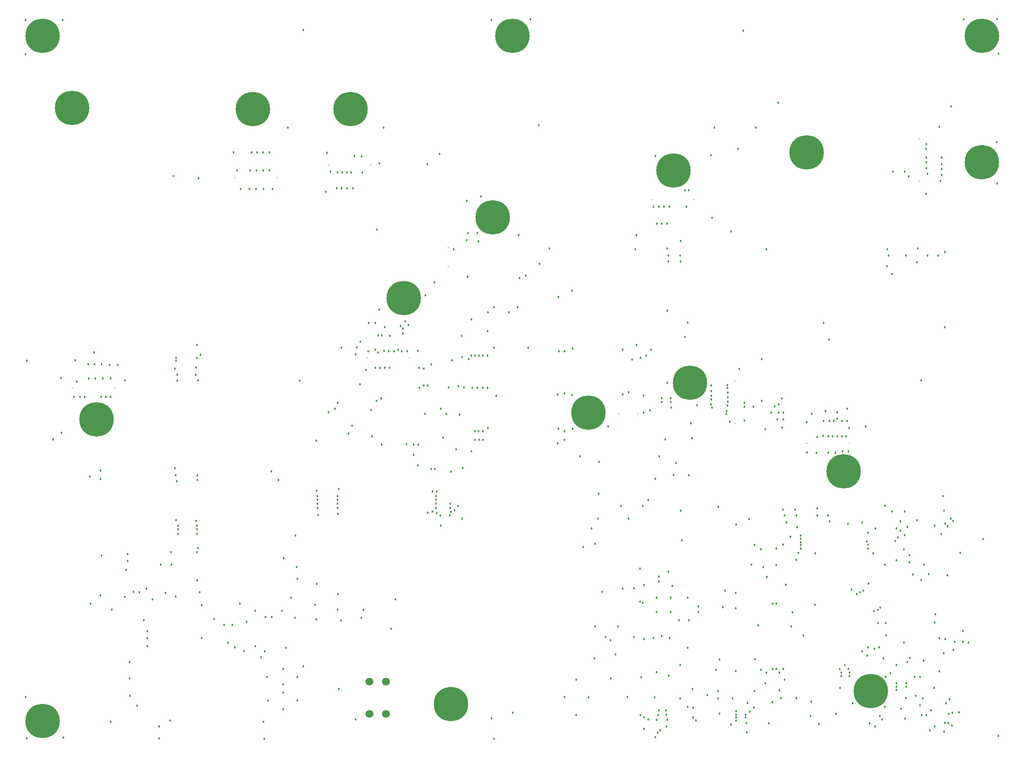
<source format=gbs>
G04 Layer_Color=16711935*
%FSLAX25Y25*%
%MOIN*%
G70*
G01*
G75*
%ADD61C,0.29134*%
%ADD62C,0.00394*%
%ADD63C,0.06693*%
%ADD64C,0.01181*%
%ADD65C,0.01800*%
D61*
X912500Y697500D02*
D03*
X117500D02*
D03*
X515000D02*
D03*
X764000Y599000D02*
D03*
X142500Y636500D02*
D03*
X818500Y143000D02*
D03*
X463000Y132000D02*
D03*
X117500Y117500D02*
D03*
X579500Y378500D02*
D03*
X498500Y544000D02*
D03*
X163000Y373000D02*
D03*
X423000Y475500D02*
D03*
X295500Y635500D02*
D03*
X378000D02*
D03*
X651500Y583500D02*
D03*
X665500Y404000D02*
D03*
X795500Y329000D02*
D03*
X912500Y590500D02*
D03*
D62*
X607154Y135500D02*
D03*
X585500D02*
D03*
D63*
X408000Y123500D02*
D03*
X394220D02*
D03*
X408000Y151059D02*
D03*
X394220D02*
D03*
D64*
X178630Y399681D02*
D03*
X142803D02*
D03*
X316193Y577681D02*
D03*
X280366D02*
D03*
X427945Y425008D02*
D03*
X392118D02*
D03*
X359307Y588319D02*
D03*
X395134D02*
D03*
X460744Y518335D02*
D03*
Y502193D02*
D03*
X703339Y405366D02*
D03*
Y369539D02*
D03*
X632807Y558992D02*
D03*
X668634D02*
D03*
X621386Y377665D02*
D03*
X605244D02*
D03*
X800445Y352681D02*
D03*
X764618D02*
D03*
X859508Y574524D02*
D03*
Y610350D02*
D03*
D65*
X637000Y159000D02*
D03*
X585000Y197500D02*
D03*
X591000Y227000D02*
D03*
X473000Y331500D02*
D03*
X572500Y341500D02*
D03*
X553500Y352500D02*
D03*
X501500Y393000D02*
D03*
X554000Y365000D02*
D03*
X553500Y394000D02*
D03*
X494500Y365500D02*
D03*
X663500Y455000D02*
D03*
X632500Y432000D02*
D03*
X623500Y425000D02*
D03*
X726000Y424000D02*
D03*
X707000Y415500D02*
D03*
X623000Y246500D02*
D03*
X830500Y250000D02*
D03*
X761500Y190000D02*
D03*
X515500Y124500D02*
D03*
X416000Y220500D02*
D03*
X367000Y212000D02*
D03*
X389000Y211500D02*
D03*
X367500Y225000D02*
D03*
Y293000D02*
D03*
X454500Y283000D02*
D03*
X443500Y294000D02*
D03*
X451000Y293500D02*
D03*
X472500Y289000D02*
D03*
X463000Y294500D02*
D03*
X480500Y346000D02*
D03*
X463000Y328500D02*
D03*
X451000Y312000D02*
D03*
X449500Y331000D02*
D03*
X446500D02*
D03*
X435000Y334000D02*
D03*
X435500Y351500D02*
D03*
X425500Y352000D02*
D03*
X404500Y351500D02*
D03*
X404000Y390500D02*
D03*
X436500Y399500D02*
D03*
X461000Y400000D02*
D03*
X454500Y382000D02*
D03*
X470500Y377000D02*
D03*
X467500Y347500D02*
D03*
X456500Y357500D02*
D03*
X368000Y314000D02*
D03*
X376500Y361000D02*
D03*
X395500Y381000D02*
D03*
X396000Y358500D02*
D03*
X472000Y443500D02*
D03*
X402500Y589500D02*
D03*
X400500Y533500D02*
D03*
X476500Y558000D02*
D03*
X443000Y589000D02*
D03*
X565500Y482000D02*
D03*
X566000Y433000D02*
D03*
X657500Y506500D02*
D03*
X778500Y454500D02*
D03*
X830500Y300000D02*
D03*
X798500Y382000D02*
D03*
X737000Y384000D02*
D03*
X743000Y390500D02*
D03*
X814000Y367000D02*
D03*
X811000Y285500D02*
D03*
X783500Y286500D02*
D03*
X799000Y284500D02*
D03*
X816500Y234000D02*
D03*
X802000Y229000D02*
D03*
X771500Y259500D02*
D03*
X756000Y281500D02*
D03*
X744000Y296500D02*
D03*
X754500D02*
D03*
X773000Y297500D02*
D03*
X799500Y346000D02*
D03*
X794500D02*
D03*
X788500Y344500D02*
D03*
X782500Y345000D02*
D03*
X800000Y365500D02*
D03*
X798500Y371500D02*
D03*
X794000D02*
D03*
X787000D02*
D03*
X783500D02*
D03*
X780000Y380000D02*
D03*
X778500Y371500D02*
D03*
X797500Y358500D02*
D03*
X794000D02*
D03*
X790000D02*
D03*
X786000D02*
D03*
X782500D02*
D03*
X778000Y359000D02*
D03*
X773000Y358000D02*
D03*
X772500Y344500D02*
D03*
X764500Y345000D02*
D03*
X768500Y377500D02*
D03*
X764000Y370500D02*
D03*
X743500Y366000D02*
D03*
X729000Y364500D02*
D03*
X739500Y373000D02*
D03*
X711500Y372000D02*
D03*
X699000Y371000D02*
D03*
X666000Y369500D02*
D03*
X667000Y357000D02*
D03*
X649500Y383000D02*
D03*
X631500Y380500D02*
D03*
X626000Y378500D02*
D03*
X644500Y356000D02*
D03*
X747000Y285500D02*
D03*
X744000Y267000D02*
D03*
X715500Y288500D02*
D03*
X658500Y270500D02*
D03*
X657500Y295500D02*
D03*
X664500Y325500D02*
D03*
X689500Y299000D02*
D03*
X704500Y284000D02*
D03*
X720000Y266500D02*
D03*
X575000Y265000D02*
D03*
X585000Y267500D02*
D03*
X582000Y280500D02*
D03*
X587500Y289000D02*
D03*
X613500D02*
D03*
X588500Y337000D02*
D03*
X639500Y341500D02*
D03*
X653500Y336000D02*
D03*
X651500Y326000D02*
D03*
X636000Y322500D02*
D03*
X630000Y304500D02*
D03*
X625500Y299500D02*
D03*
X607000D02*
D03*
X588000Y310000D02*
D03*
X565500Y393500D02*
D03*
X566000Y365000D02*
D03*
X596000Y367000D02*
D03*
X608500Y394000D02*
D03*
X626000Y393000D02*
D03*
X646000Y404000D02*
D03*
X671500Y385000D02*
D03*
X684000Y383000D02*
D03*
X683000Y385500D02*
D03*
X683500Y390000D02*
D03*
Y393000D02*
D03*
Y397000D02*
D03*
Y401500D02*
D03*
X697000Y402000D02*
D03*
Y399500D02*
D03*
X697500Y395500D02*
D03*
Y391500D02*
D03*
Y388000D02*
D03*
X697000Y384500D02*
D03*
X726000Y388500D02*
D03*
X719000Y383500D02*
D03*
X711500D02*
D03*
Y387000D02*
D03*
X661000Y442500D02*
D03*
X783000Y440500D02*
D03*
X861000Y406000D02*
D03*
X881000Y451000D02*
D03*
Y514500D02*
D03*
X913500Y271500D02*
D03*
X879500Y308000D02*
D03*
X880500Y295500D02*
D03*
X894000Y260000D02*
D03*
X883500Y241000D02*
D03*
X878000Y276000D02*
D03*
X822500Y280500D02*
D03*
X820500Y259500D02*
D03*
X846500Y263000D02*
D03*
X872500Y283000D02*
D03*
X840000Y280500D02*
D03*
X847000Y275000D02*
D03*
X849500Y282000D02*
D03*
X857500Y287500D02*
D03*
X832500Y517000D02*
D03*
X832000Y502500D02*
D03*
X836500Y496000D02*
D03*
X857500Y506000D02*
D03*
X858000Y517500D02*
D03*
X865000Y564000D02*
D03*
X850500Y578500D02*
D03*
X878500Y594500D02*
D03*
Y589000D02*
D03*
Y585000D02*
D03*
Y580000D02*
D03*
X877500Y574500D02*
D03*
X866500Y581000D02*
D03*
X865500Y585500D02*
D03*
Y590500D02*
D03*
Y594500D02*
D03*
X865000Y602000D02*
D03*
X865500Y606000D02*
D03*
X876500Y620500D02*
D03*
X730000Y517000D02*
D03*
X700000Y532000D02*
D03*
X706000Y602000D02*
D03*
X721000Y620000D02*
D03*
X683000Y596500D02*
D03*
X636000Y596000D02*
D03*
X453500Y597500D02*
D03*
X488500Y561500D02*
D03*
X520500Y529000D02*
D03*
X620000D02*
D03*
X646000Y517500D02*
D03*
X619000Y517000D02*
D03*
X608500Y432000D02*
D03*
X646000Y465000D02*
D03*
X647000Y506500D02*
D03*
X657500Y524000D02*
D03*
X646000Y538500D02*
D03*
X641500D02*
D03*
X637500D02*
D03*
X634500Y553000D02*
D03*
X639000D02*
D03*
X643500D02*
D03*
X648000D02*
D03*
X684000Y543500D02*
D03*
X662500Y553000D02*
D03*
X664500Y567000D02*
D03*
X661000D02*
D03*
X886500Y638000D02*
D03*
X740000Y641000D02*
D03*
X710500Y702000D02*
D03*
X686000Y620000D02*
D03*
X537500Y622000D02*
D03*
X338000Y702500D02*
D03*
X406000Y620000D02*
D03*
X325000D02*
D03*
X228000Y579000D02*
D03*
X161000Y429500D02*
D03*
X166500Y329500D02*
D03*
X229500Y416000D02*
D03*
X231500Y405500D02*
D03*
X229500Y331500D02*
D03*
X133500Y361500D02*
D03*
X187000Y406000D02*
D03*
X133000Y408000D02*
D03*
X144000Y392000D02*
D03*
X153000D02*
D03*
X149000D02*
D03*
X146500Y405000D02*
D03*
X175000Y392000D02*
D03*
X171000D02*
D03*
X167000D02*
D03*
X175000Y407500D02*
D03*
X168500D02*
D03*
X162000D02*
D03*
X156500D02*
D03*
X181000Y419000D02*
D03*
X174000D02*
D03*
X167500Y419500D02*
D03*
X161500D02*
D03*
X156000D02*
D03*
X357000Y565500D02*
D03*
X402500Y466000D02*
D03*
X382500Y428000D02*
D03*
X370500Y433500D02*
D03*
X248000Y436000D02*
D03*
X249500Y577000D02*
D03*
X279000Y599000D02*
D03*
X282000Y583500D02*
D03*
X285000Y568000D02*
D03*
X292500D02*
D03*
X298000D02*
D03*
X304500D02*
D03*
X312000D02*
D03*
X309500Y583500D02*
D03*
X304000D02*
D03*
X298500D02*
D03*
X293000D02*
D03*
X309500Y599000D02*
D03*
X304000D02*
D03*
X299000D02*
D03*
X294500D02*
D03*
X358000Y598500D02*
D03*
X380000Y568500D02*
D03*
X375000D02*
D03*
X370500D02*
D03*
X366500D02*
D03*
X361000Y582500D02*
D03*
X367000Y582000D02*
D03*
X371000D02*
D03*
X375000D02*
D03*
X378500D02*
D03*
X388000D02*
D03*
X387500Y595500D02*
D03*
X381500Y596000D02*
D03*
X538000Y504500D02*
D03*
X546500Y517500D02*
D03*
X485500Y530500D02*
D03*
X477500D02*
D03*
X465500Y517000D02*
D03*
X480500Y457500D02*
D03*
X528500Y433500D02*
D03*
X499500Y468000D02*
D03*
X519500D02*
D03*
X477000Y493500D02*
D03*
X521000Y492500D02*
D03*
X554000Y476500D02*
D03*
X526500Y494500D02*
D03*
X554500Y430500D02*
D03*
X499500Y433500D02*
D03*
X494000Y447500D02*
D03*
X512000Y463500D02*
D03*
X494500D02*
D03*
X449000Y489000D02*
D03*
X441500Y478000D02*
D03*
X472500Y425500D02*
D03*
X446500Y419500D02*
D03*
X407000Y451000D02*
D03*
X411500Y443500D02*
D03*
X422500Y445500D02*
D03*
X435000Y431000D02*
D03*
X436000Y416500D02*
D03*
X418500Y432000D02*
D03*
X426000Y430500D02*
D03*
X421500D02*
D03*
X415000D02*
D03*
X410500D02*
D03*
X406500Y431000D02*
D03*
X401500Y429500D02*
D03*
X411000Y416500D02*
D03*
X407000D02*
D03*
X403000D02*
D03*
X399000D02*
D03*
X393000Y430500D02*
D03*
X391000Y415000D02*
D03*
X367000Y387000D02*
D03*
X247500Y417000D02*
D03*
X249000Y406000D02*
D03*
X335000Y405500D02*
D03*
X359500Y379000D02*
D03*
X311000Y329000D02*
D03*
X317000Y321500D02*
D03*
X349000Y355000D02*
D03*
X248500Y321500D02*
D03*
X349500Y312500D02*
D03*
X247500Y287000D02*
D03*
X249000Y264000D02*
D03*
X332500Y248000D02*
D03*
X331500Y274500D02*
D03*
X350500Y292000D02*
D03*
X333000Y238000D02*
D03*
X323500Y179500D02*
D03*
X338000Y164000D02*
D03*
X311500Y205500D02*
D03*
X320000Y211000D02*
D03*
X331000Y205000D02*
D03*
X349000Y203500D02*
D03*
X348000Y216000D02*
D03*
X327669Y222000D02*
D03*
X321500Y255500D02*
D03*
X248500Y236500D02*
D03*
X382500Y119000D02*
D03*
X368000Y144500D02*
D03*
X370000Y202500D02*
D03*
X412500Y195500D02*
D03*
X499500Y102500D02*
D03*
X497500Y120000D02*
D03*
X569000Y122500D02*
D03*
X559000Y138000D02*
D03*
X569000Y152500D02*
D03*
X579500Y137500D02*
D03*
X584500Y170500D02*
D03*
X602500Y174000D02*
D03*
X598500Y153500D02*
D03*
X816000Y180000D02*
D03*
X717500Y250000D02*
D03*
X704000Y226000D02*
D03*
X730500Y239500D02*
D03*
X746500Y233000D02*
D03*
X771000Y216000D02*
D03*
X751000Y197500D02*
D03*
X723000Y198500D02*
D03*
X693000Y214000D02*
D03*
X695000Y228000D02*
D03*
X672500Y214500D02*
D03*
Y210000D02*
D03*
X664500Y203000D02*
D03*
X656000D02*
D03*
X663500Y179500D02*
D03*
X641500Y189500D02*
D03*
X634500Y188000D02*
D03*
X626500Y187000D02*
D03*
X618000Y188500D02*
D03*
X604531Y197531D02*
D03*
X608500Y229500D02*
D03*
X618000Y230000D02*
D03*
X639000Y240000D02*
D03*
X647000Y244000D02*
D03*
X663500Y222000D02*
D03*
X626500Y232500D02*
D03*
X637000Y210000D02*
D03*
X649000Y222000D02*
D03*
Y210000D02*
D03*
X637000Y222000D02*
D03*
X863500Y250000D02*
D03*
X840000Y253500D02*
D03*
X861000Y237000D02*
D03*
X854000Y241500D02*
D03*
X867500Y242000D02*
D03*
X873000Y208000D02*
D03*
X825500Y180000D02*
D03*
X831500Y190000D02*
D03*
X846500Y184000D02*
D03*
X872500Y201000D02*
D03*
X896500Y194000D02*
D03*
X881500Y187000D02*
D03*
X888500Y177500D02*
D03*
X901000Y184000D02*
D03*
X880000Y175000D02*
D03*
X829000Y170500D02*
D03*
X851500Y171000D02*
D03*
X863000Y168500D02*
D03*
X860000Y155000D02*
D03*
X855500D02*
D03*
X803000Y132500D02*
D03*
X831000Y155000D02*
D03*
X799500Y161500D02*
D03*
X792000D02*
D03*
X744500D02*
D03*
X690500Y169500D02*
D03*
X720500Y170000D02*
D03*
X725500Y161000D02*
D03*
X687500D02*
D03*
X647500Y156000D02*
D03*
X657000Y136500D02*
D03*
X624000Y154500D02*
D03*
X612500Y138000D02*
D03*
X623500Y122500D02*
D03*
X635500Y137500D02*
D03*
X638500Y122500D02*
D03*
X626500Y111000D02*
D03*
X636000Y104000D02*
D03*
X700000Y114500D02*
D03*
X645500Y113000D02*
D03*
Y123000D02*
D03*
X663500Y129500D02*
D03*
X680000Y139500D02*
D03*
X689000Y143000D02*
D03*
Y136500D02*
D03*
X690500Y124000D02*
D03*
X720000Y143000D02*
D03*
X729000Y149500D02*
D03*
X792500Y145500D02*
D03*
X745500Y152500D02*
D03*
X742500Y137000D02*
D03*
X755500D02*
D03*
X732000Y115500D02*
D03*
X701500Y136500D02*
D03*
X714000Y133000D02*
D03*
X719500Y129000D02*
D03*
X767500Y122000D02*
D03*
X774500Y115000D02*
D03*
X768000Y134000D02*
D03*
X789000Y123500D02*
D03*
X817500Y115500D02*
D03*
X893000Y125000D02*
D03*
X885000Y136000D02*
D03*
X872000Y145500D02*
D03*
X848000Y137000D02*
D03*
X844000Y128000D02*
D03*
X830500Y129500D02*
D03*
X826000Y122000D02*
D03*
X847500Y119500D02*
D03*
X861500Y122500D02*
D03*
X869500Y126500D02*
D03*
X872500Y113000D02*
D03*
X880500Y108500D02*
D03*
X713500Y108000D02*
D03*
X926500Y105000D02*
D03*
X925500Y572500D02*
D03*
X925000Y607500D02*
D03*
X926500Y682500D02*
D03*
X925500Y712000D02*
D03*
X897000Y711500D02*
D03*
X530500D02*
D03*
X497500Y711000D02*
D03*
X134500D02*
D03*
X103000Y682000D02*
D03*
Y711000D02*
D03*
X104000Y422500D02*
D03*
X145000Y423000D02*
D03*
X126500Y356000D02*
D03*
X135000Y103500D02*
D03*
X103000Y138000D02*
D03*
X104000Y103000D02*
D03*
X175000Y117000D02*
D03*
X158000Y217000D02*
D03*
X157500Y324500D02*
D03*
X166500Y322500D02*
D03*
X231000Y320500D02*
D03*
X230500Y287500D02*
D03*
X167500Y257500D02*
D03*
X166500Y224000D02*
D03*
X176000Y212000D02*
D03*
X188000Y245500D02*
D03*
X217500Y250000D02*
D03*
X205500Y229500D02*
D03*
X199500Y226500D02*
D03*
X194500Y227000D02*
D03*
X187000Y222500D02*
D03*
X226500Y250000D02*
D03*
X230000Y223000D02*
D03*
X221500Y226000D02*
D03*
X210500Y220500D02*
D03*
X203000Y203000D02*
D03*
X206000Y193500D02*
D03*
Y187500D02*
D03*
Y181000D02*
D03*
X191000Y167500D02*
D03*
Y153500D02*
D03*
X191500Y139000D02*
D03*
X197500Y130500D02*
D03*
X216000Y103000D02*
D03*
Y113000D02*
D03*
X225500Y118000D02*
D03*
X305000Y102500D02*
D03*
X304500Y117000D02*
D03*
X333000Y135000D02*
D03*
X321000Y127500D02*
D03*
Y141500D02*
D03*
X333000Y155000D02*
D03*
X321000Y161500D02*
D03*
Y148500D02*
D03*
X308000Y135000D02*
D03*
X307500Y155000D02*
D03*
X305500Y176500D02*
D03*
X302500Y171500D02*
D03*
X297500Y181000D02*
D03*
X288000Y177000D02*
D03*
X306000Y205500D02*
D03*
X297500Y211000D02*
D03*
X284500Y217000D02*
D03*
X250500Y226500D02*
D03*
X252000Y215500D02*
D03*
X262500Y204000D02*
D03*
X252000Y188000D02*
D03*
X290000Y201500D02*
D03*
X280000Y180000D02*
D03*
X274500Y184000D02*
D03*
X271000Y199000D02*
D03*
X278000D02*
D03*
X860000Y131000D02*
D03*
X840000Y144000D02*
D03*
X835000Y158000D02*
D03*
X476500Y524500D02*
D03*
X486500Y523500D02*
D03*
X856500Y139000D02*
D03*
X862500Y136500D02*
D03*
X865500Y122500D02*
D03*
X868500Y109500D02*
D03*
X848500Y146500D02*
D03*
X840000D02*
D03*
X800500Y155500D02*
D03*
X793500D02*
D03*
X741000Y143500D02*
D03*
X735000Y133500D02*
D03*
X848500Y149500D02*
D03*
X840000D02*
D03*
X800500Y158500D02*
D03*
X793500D02*
D03*
X741000D02*
D03*
X730000D02*
D03*
X828000Y119000D02*
D03*
X822000Y113000D02*
D03*
X716000Y125500D02*
D03*
X704500Y126000D02*
D03*
X887500Y124500D02*
D03*
X887000Y113500D02*
D03*
X713000Y116000D02*
D03*
X704500Y118000D02*
D03*
X670500D02*
D03*
X667500Y144500D02*
D03*
X882000Y132500D02*
D03*
X881000Y116000D02*
D03*
X712500Y123000D02*
D03*
X704500D02*
D03*
X712500Y120500D02*
D03*
X704500D02*
D03*
X668000D02*
D03*
Y129000D02*
D03*
X447500Y295000D02*
D03*
Y312000D02*
D03*
X248000Y260500D02*
D03*
X226000D02*
D03*
X431500Y343000D02*
D03*
Y351500D02*
D03*
X441000Y377500D02*
D03*
X459000D02*
D03*
X884500Y123500D02*
D03*
X884000Y116000D02*
D03*
X875500Y511500D02*
D03*
X866500D02*
D03*
X848000D02*
D03*
X833500D02*
D03*
X657000D02*
D03*
X647000D02*
D03*
X821500Y178500D02*
D03*
X821000Y210500D02*
D03*
X806500Y225000D02*
D03*
X782000Y291500D02*
D03*
X773000D02*
D03*
X755500D02*
D03*
X745500D02*
D03*
X735500Y161500D02*
D03*
Y217000D02*
D03*
X727500Y248000D02*
D03*
X725500Y263000D02*
D03*
X738500Y249500D02*
D03*
X559000Y355500D02*
D03*
Y363000D02*
D03*
Y395000D02*
D03*
Y430500D02*
D03*
X738500Y161500D02*
D03*
Y217000D02*
D03*
Y263500D02*
D03*
X638000Y107500D02*
D03*
X626500Y120500D02*
D03*
X640000Y109500D02*
D03*
X630000Y119000D02*
D03*
X645000Y126500D02*
D03*
X639000D02*
D03*
X387500Y205000D02*
D03*
X349500Y233500D02*
D03*
X704000Y160000D02*
D03*
Y213000D02*
D03*
X755500Y254000D02*
D03*
X750500Y273500D02*
D03*
X646000Y118500D02*
D03*
X637000D02*
D03*
X648000Y188000D02*
D03*
X657000Y165000D02*
D03*
X639000Y235500D02*
D03*
X650500Y232000D02*
D03*
X752000Y209500D02*
D03*
X796524Y165000D02*
D03*
X876500Y187500D02*
D03*
X876524Y159653D02*
D03*
X849500Y167500D02*
D03*
X840000Y165000D02*
D03*
X888000Y287000D02*
D03*
X883500Y282500D02*
D03*
X886000Y289000D02*
D03*
X881500Y284500D02*
D03*
X757000Y260000D02*
D03*
X816000Y277000D02*
D03*
X841500Y273000D02*
D03*
X759000Y274500D02*
D03*
X469000Y299500D02*
D03*
X450500Y308000D02*
D03*
X367000D02*
D03*
X350000D02*
D03*
Y305000D02*
D03*
Y301500D02*
D03*
X248000Y283000D02*
D03*
X232000D02*
D03*
X839000Y270000D02*
D03*
X759000Y272000D02*
D03*
X466000Y296000D02*
D03*
X450500Y305000D02*
D03*
X367000D02*
D03*
X248000Y280000D02*
D03*
X232000D02*
D03*
X189500Y259000D02*
D03*
Y253000D02*
D03*
X490000Y355500D02*
D03*
Y363000D02*
D03*
X641500Y387500D02*
D03*
X649000D02*
D03*
X744500Y373000D02*
D03*
Y378500D02*
D03*
X487000Y355500D02*
D03*
X486500Y363000D02*
D03*
X490000Y399500D02*
D03*
X494000D02*
D03*
X641500Y391000D02*
D03*
X649000D02*
D03*
X613500Y396000D02*
D03*
X483500Y355500D02*
D03*
Y363000D02*
D03*
X494000Y427000D02*
D03*
X480500D02*
D03*
X478000Y424000D02*
D03*
X490000Y427000D02*
D03*
X483500D02*
D03*
X486728D02*
D03*
X620000Y436000D02*
D03*
X628500Y427000D02*
D03*
X837000Y582500D02*
D03*
X847000D02*
D03*
X462500Y298000D02*
D03*
X450500D02*
D03*
X462500Y301500D02*
D03*
X450500D02*
D03*
X367000D02*
D03*
X248000Y276000D02*
D03*
X232000D02*
D03*
X367000Y298000D02*
D03*
X350000D02*
D03*
X815000Y269500D02*
D03*
X759000Y269000D02*
D03*
X462000Y291500D02*
D03*
X454000D02*
D03*
X816000Y267000D02*
D03*
X759000Y266500D02*
D03*
X816000Y263500D02*
D03*
X759000D02*
D03*
X400000Y388500D02*
D03*
X386000Y402500D02*
D03*
X386500Y438500D02*
D03*
X383500Y434000D02*
D03*
X393500Y454500D02*
D03*
X399000D02*
D03*
X379500Y367500D02*
D03*
X365000Y382000D02*
D03*
X247000Y410500D02*
D03*
X231500D02*
D03*
X469500Y401000D02*
D03*
X474000Y400000D02*
D03*
X485500Y399500D02*
D03*
X481000D02*
D03*
X464000Y423000D02*
D03*
X443500Y401500D02*
D03*
X440000D02*
D03*
Y416000D02*
D03*
X616500Y423500D02*
D03*
X427000Y453000D02*
D03*
X422500Y450000D02*
D03*
X404500Y444000D02*
D03*
X740500Y385500D02*
D03*
X424500Y456000D02*
D03*
X420500Y452000D02*
D03*
X824500Y200500D02*
D03*
X831000D02*
D03*
X401500Y444000D02*
D03*
X251000Y427500D02*
D03*
X230500Y422500D02*
D03*
X399000Y432000D02*
D03*
X248000Y425000D02*
D03*
X230500D02*
D03*
X790000Y373500D02*
D03*
Y379000D02*
D03*
X740500Y378500D02*
D03*
X696500Y380000D02*
D03*
X734000Y378500D02*
D03*
X696000Y377500D02*
D03*
X824500Y211500D02*
D03*
X809500Y226500D02*
D03*
X826500Y213500D02*
D03*
X812000Y228000D02*
D03*
X889500Y184500D02*
D03*
X896500D02*
D03*
X815500Y173000D02*
D03*
X811000Y176500D02*
D03*
X230000Y325500D02*
D03*
X248500D02*
D03*
X594000Y188500D02*
D03*
X598000Y186000D02*
D03*
X623000Y218500D02*
D03*
X625500Y217500D02*
D03*
X843500Y286500D02*
D03*
Y278500D02*
D03*
X847000Y295000D02*
D03*
X836500D02*
D03*
X851000Y258000D02*
D03*
Y252000D02*
D03*
M02*

</source>
